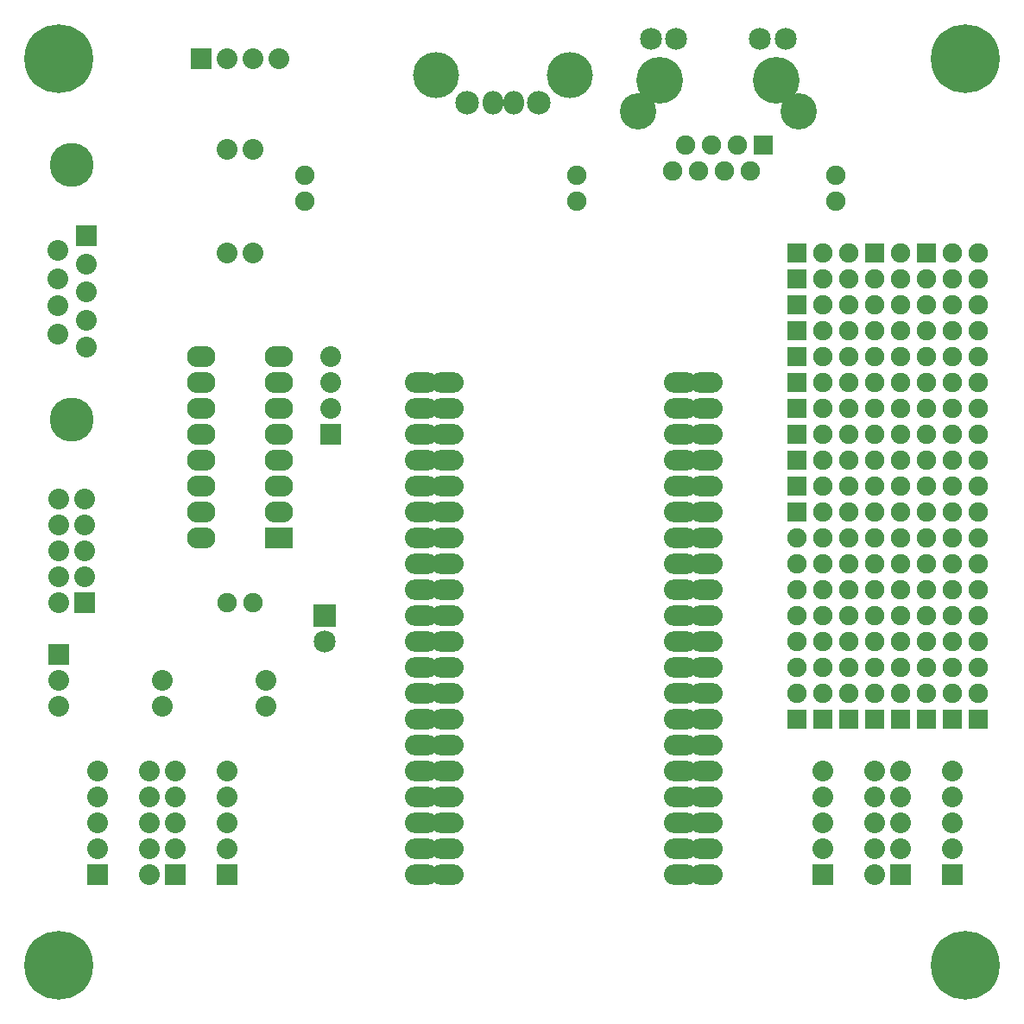
<source format=gbs>
G04 (created by PCBNEW-RS274X (2012-01-19 BZR 3256)-stable) date 5/12/2014 21:22:13*
G01*
G70*
G90*
%MOIN*%
G04 Gerber Fmt 3.4, Leading zero omitted, Abs format*
%FSLAX34Y34*%
G04 APERTURE LIST*
%ADD10C,0.006000*%
%ADD11C,0.266100*%
%ADD12O,0.126300X0.079100*%
%ADD13C,0.180000*%
%ADD14R,0.075000X0.075000*%
%ADD15C,0.075000*%
%ADD16C,0.140000*%
%ADD17C,0.085000*%
%ADD18O,0.079100X0.090900*%
%ADD19C,0.090900*%
%ADD20C,0.177500*%
%ADD21C,0.080000*%
%ADD22R,0.080000X0.080000*%
%ADD23R,0.110000X0.082000*%
%ADD24O,0.110000X0.082000*%
%ADD25R,0.085000X0.085000*%
%ADD26C,0.170000*%
G04 APERTURE END LIST*
G54D10*
G54D11*
X49000Y-16000D03*
G54D12*
X39000Y-28500D03*
X39000Y-29500D03*
X39000Y-30500D03*
X39000Y-31500D03*
X39000Y-32500D03*
X39000Y-33500D03*
X39000Y-34500D03*
X39000Y-35500D03*
X39000Y-36500D03*
X39000Y-37500D03*
X39000Y-38500D03*
X39000Y-39500D03*
X39000Y-40500D03*
X39000Y-41500D03*
X39000Y-42500D03*
X39000Y-43500D03*
X39000Y-44500D03*
X39000Y-45500D03*
X39000Y-46500D03*
X39000Y-47500D03*
X28000Y-47500D03*
X28000Y-46500D03*
X28000Y-45500D03*
X28000Y-44500D03*
X28000Y-43500D03*
X28000Y-42500D03*
X28000Y-41500D03*
X28000Y-40500D03*
X28000Y-39500D03*
X28000Y-38500D03*
X28000Y-37500D03*
X28000Y-36500D03*
X28000Y-35500D03*
X28000Y-34500D03*
X28000Y-33500D03*
X28000Y-32500D03*
X28000Y-31500D03*
X28000Y-30500D03*
X28000Y-29500D03*
X28000Y-28500D03*
X29000Y-28500D03*
X29000Y-29500D03*
X29000Y-30500D03*
X29000Y-31500D03*
X29000Y-32500D03*
X29000Y-33500D03*
X29000Y-34500D03*
X29000Y-35500D03*
X29000Y-36500D03*
X29000Y-37500D03*
X29000Y-38500D03*
X29000Y-39500D03*
X29000Y-40500D03*
X29000Y-41500D03*
X29000Y-42500D03*
X29000Y-43500D03*
X29000Y-44500D03*
X29000Y-45500D03*
X29000Y-46500D03*
X29000Y-47500D03*
X38000Y-47500D03*
X38000Y-46500D03*
X38000Y-45500D03*
X38000Y-44500D03*
X38000Y-43500D03*
X38000Y-42500D03*
X38000Y-41500D03*
X38000Y-40500D03*
X38000Y-39500D03*
X38000Y-38500D03*
X38000Y-37500D03*
X38000Y-36500D03*
X38000Y-35500D03*
X38000Y-34500D03*
X38000Y-33500D03*
X38000Y-32500D03*
X38000Y-31500D03*
X38000Y-30500D03*
X38000Y-29500D03*
X38000Y-28500D03*
G54D13*
X37200Y-16850D03*
X41700Y-16850D03*
G54D14*
X41200Y-19350D03*
G54D15*
X40700Y-20350D03*
X40200Y-19350D03*
X39700Y-20350D03*
X39200Y-19350D03*
X38700Y-20350D03*
X38200Y-19350D03*
X37700Y-20350D03*
G54D16*
X42550Y-18050D03*
X36350Y-18050D03*
G54D17*
X42050Y-15250D03*
X41060Y-15250D03*
X37840Y-15250D03*
X36850Y-15250D03*
G54D18*
X30755Y-17720D03*
X31545Y-17720D03*
G54D19*
X29775Y-17720D03*
G54D20*
X28565Y-16650D03*
X33735Y-16650D03*
G54D19*
X32525Y-17720D03*
G54D21*
X21500Y-23500D03*
X21500Y-19500D03*
X18000Y-41000D03*
X22000Y-41000D03*
X20500Y-23500D03*
X20500Y-19500D03*
G54D11*
X49000Y-51000D03*
X14000Y-51000D03*
X14000Y-16000D03*
G54D14*
X43500Y-41500D03*
G54D15*
X43500Y-40500D03*
X43500Y-39500D03*
X43500Y-38500D03*
X43500Y-37500D03*
X43500Y-36500D03*
X43500Y-35500D03*
X43500Y-34500D03*
G54D14*
X44500Y-41500D03*
G54D15*
X44500Y-40500D03*
X44500Y-39500D03*
X44500Y-38500D03*
X44500Y-37500D03*
X44500Y-36500D03*
X44500Y-35500D03*
X44500Y-34500D03*
G54D14*
X47500Y-41500D03*
G54D15*
X47500Y-40500D03*
X47500Y-39500D03*
X47500Y-38500D03*
X47500Y-37500D03*
X47500Y-36500D03*
X47500Y-35500D03*
X47500Y-34500D03*
G54D14*
X48500Y-41500D03*
G54D15*
X48500Y-40500D03*
X48500Y-39500D03*
X48500Y-38500D03*
X48500Y-37500D03*
X48500Y-36500D03*
X48500Y-35500D03*
X48500Y-34500D03*
G54D22*
X15000Y-37000D03*
G54D21*
X14000Y-37000D03*
X15000Y-36000D03*
X14000Y-36000D03*
X15000Y-35000D03*
X14000Y-35000D03*
X15000Y-34000D03*
X14000Y-34000D03*
X15000Y-33000D03*
X14000Y-33000D03*
G54D22*
X46500Y-47500D03*
G54D21*
X45500Y-47500D03*
X46500Y-46500D03*
X45500Y-46500D03*
X46500Y-45500D03*
X45500Y-45500D03*
X46500Y-44500D03*
X45500Y-44500D03*
X46500Y-43500D03*
X45500Y-43500D03*
G54D22*
X18500Y-47500D03*
G54D21*
X17500Y-47500D03*
X18500Y-46500D03*
X17500Y-46500D03*
X18500Y-45500D03*
X17500Y-45500D03*
X18500Y-44500D03*
X17500Y-44500D03*
X18500Y-43500D03*
X17500Y-43500D03*
G54D22*
X48500Y-47500D03*
G54D21*
X48500Y-46500D03*
X48500Y-45500D03*
X48500Y-44500D03*
X48500Y-43500D03*
G54D22*
X20500Y-47500D03*
G54D21*
X20500Y-46500D03*
X20500Y-45500D03*
X20500Y-44500D03*
X20500Y-43500D03*
G54D22*
X43500Y-47500D03*
G54D21*
X43500Y-46500D03*
X43500Y-45500D03*
X43500Y-44500D03*
X43500Y-43500D03*
G54D22*
X15500Y-47500D03*
G54D21*
X15500Y-46500D03*
X15500Y-45500D03*
X15500Y-44500D03*
X15500Y-43500D03*
G54D15*
X44000Y-21500D03*
X44000Y-20500D03*
X23500Y-20500D03*
X23500Y-21500D03*
G54D22*
X19500Y-16000D03*
G54D21*
X20500Y-16000D03*
X21500Y-16000D03*
X22500Y-16000D03*
G54D23*
X22500Y-34500D03*
G54D24*
X22500Y-33500D03*
X22500Y-32500D03*
X22500Y-31500D03*
X22500Y-30500D03*
X22500Y-29500D03*
X22500Y-28500D03*
X22500Y-27500D03*
X19500Y-27500D03*
X19500Y-28500D03*
X19500Y-29500D03*
X19500Y-30500D03*
X19500Y-31500D03*
X19500Y-32500D03*
X19500Y-33500D03*
X19500Y-34500D03*
G54D25*
X24250Y-37500D03*
G54D17*
X24250Y-38500D03*
G54D15*
X21500Y-37000D03*
X20500Y-37000D03*
X34000Y-20500D03*
X34000Y-21500D03*
G54D14*
X42500Y-24500D03*
G54D15*
X43500Y-24500D03*
X44500Y-24500D03*
X45500Y-24500D03*
X46500Y-24500D03*
X47500Y-24500D03*
X48500Y-24500D03*
X49500Y-24500D03*
G54D14*
X42500Y-25500D03*
G54D15*
X43500Y-25500D03*
X44500Y-25500D03*
X45500Y-25500D03*
X46500Y-25500D03*
X47500Y-25500D03*
X48500Y-25500D03*
X49500Y-25500D03*
G54D14*
X42500Y-26500D03*
G54D15*
X43500Y-26500D03*
X44500Y-26500D03*
X45500Y-26500D03*
X46500Y-26500D03*
X47500Y-26500D03*
X48500Y-26500D03*
X49500Y-26500D03*
G54D14*
X42500Y-27500D03*
G54D15*
X43500Y-27500D03*
X44500Y-27500D03*
X45500Y-27500D03*
X46500Y-27500D03*
X47500Y-27500D03*
X48500Y-27500D03*
X49500Y-27500D03*
G54D14*
X42500Y-28500D03*
G54D15*
X43500Y-28500D03*
X44500Y-28500D03*
X45500Y-28500D03*
X46500Y-28500D03*
X47500Y-28500D03*
X48500Y-28500D03*
X49500Y-28500D03*
G54D14*
X42500Y-29500D03*
G54D15*
X43500Y-29500D03*
X44500Y-29500D03*
X45500Y-29500D03*
X46500Y-29500D03*
X47500Y-29500D03*
X48500Y-29500D03*
X49500Y-29500D03*
G54D14*
X42500Y-31500D03*
G54D15*
X43500Y-31500D03*
X44500Y-31500D03*
X45500Y-31500D03*
X46500Y-31500D03*
X47500Y-31500D03*
X48500Y-31500D03*
X49500Y-31500D03*
G54D14*
X42500Y-30500D03*
G54D15*
X43500Y-30500D03*
X44500Y-30500D03*
X45500Y-30500D03*
X46500Y-30500D03*
X47500Y-30500D03*
X48500Y-30500D03*
X49500Y-30500D03*
G54D14*
X42500Y-41500D03*
G54D15*
X42500Y-40500D03*
X42500Y-39500D03*
X42500Y-38500D03*
X42500Y-37500D03*
X42500Y-36500D03*
X42500Y-35500D03*
X42500Y-34500D03*
G54D14*
X49500Y-41500D03*
G54D15*
X49500Y-40500D03*
X49500Y-39500D03*
X49500Y-38500D03*
X49500Y-37500D03*
X49500Y-36500D03*
X49500Y-35500D03*
X49500Y-34500D03*
G54D14*
X42500Y-23500D03*
G54D15*
X43500Y-23500D03*
X44500Y-23500D03*
G54D14*
X47500Y-23500D03*
G54D15*
X48500Y-23500D03*
X49500Y-23500D03*
G54D14*
X45500Y-23500D03*
G54D15*
X46500Y-23500D03*
G54D14*
X42500Y-32500D03*
G54D15*
X43500Y-32500D03*
X44500Y-32500D03*
X45500Y-32500D03*
X46500Y-32500D03*
X47500Y-32500D03*
X48500Y-32500D03*
X49500Y-32500D03*
G54D14*
X42500Y-33500D03*
G54D15*
X43500Y-33500D03*
X44500Y-33500D03*
X45500Y-33500D03*
X46500Y-33500D03*
X47500Y-33500D03*
X48500Y-33500D03*
X49500Y-33500D03*
G54D21*
X18000Y-40000D03*
X22000Y-40000D03*
G54D22*
X14000Y-39000D03*
G54D21*
X14000Y-40000D03*
X14000Y-41000D03*
G54D22*
X24500Y-30500D03*
G54D21*
X24500Y-29500D03*
X24500Y-28500D03*
X24500Y-27500D03*
G54D26*
X14500Y-20100D03*
X14500Y-29950D03*
G54D22*
X15050Y-22850D03*
G54D21*
X15050Y-23950D03*
X15050Y-25000D03*
X15050Y-26100D03*
X15050Y-27150D03*
X13950Y-23400D03*
X13950Y-24500D03*
X13950Y-25550D03*
X13950Y-26650D03*
G54D14*
X45500Y-41500D03*
G54D15*
X45500Y-40500D03*
X45500Y-39500D03*
X45500Y-38500D03*
X45500Y-37500D03*
X45500Y-36500D03*
X45500Y-35500D03*
X45500Y-34500D03*
G54D14*
X46500Y-41500D03*
G54D15*
X46500Y-40500D03*
X46500Y-39500D03*
X46500Y-38500D03*
X46500Y-37500D03*
X46500Y-36500D03*
X46500Y-35500D03*
X46500Y-34500D03*
M02*

</source>
